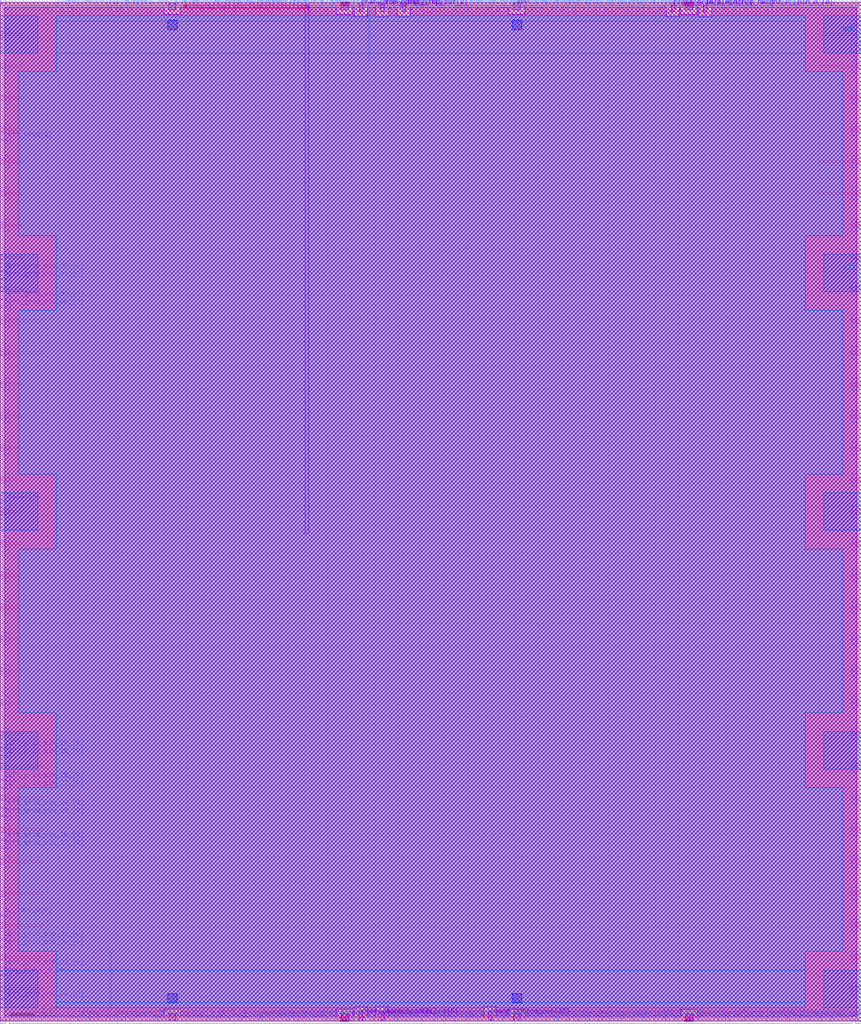
<source format=lef>
VERSION 5.7 ;
BUSBITCHARS "[]" ;

UNITS
  DATABASE MICRONS 1000 ;
END UNITS

MANUFACTURINGGRID 0.005 ;

LAYER li1
  TYPE ROUTING ;
  DIRECTION VERTICAL ;
  PITCH 0.46 ;
  WIDTH 0.17 ;
END li1

LAYER mcon
  TYPE CUT ;
END mcon

LAYER met1
  TYPE ROUTING ;
  DIRECTION HORIZONTAL ;
  PITCH 0.34 ;
  WIDTH 0.14 ;
END met1

LAYER via
  TYPE CUT ;
END via

LAYER met2
  TYPE ROUTING ;
  DIRECTION VERTICAL ;
  PITCH 0.46 ;
  WIDTH 0.14 ;
END met2

LAYER via2
  TYPE CUT ;
END via2

LAYER met3
  TYPE ROUTING ;
  DIRECTION HORIZONTAL ;
  PITCH 0.68 ;
  WIDTH 0.3 ;
END met3

LAYER via3
  TYPE CUT ;
END via3

LAYER met4
  TYPE ROUTING ;
  DIRECTION VERTICAL ;
  PITCH 0.92 ;
  WIDTH 0.3 ;
END met4

LAYER via4
  TYPE CUT ;
END via4

LAYER met5
  TYPE ROUTING ;
  DIRECTION HORIZONTAL ;
  PITCH 3.4 ;
  WIDTH 1.6 ;
END met5

LAYER nwell
  TYPE MASTERSLICE ;
END nwell

LAYER pwell
  TYPE MASTERSLICE ;
END pwell

LAYER OVERLAP
  TYPE OVERLAP ;
END OVERLAP

VIA L1M1_PR
  LAYER li1 ;
    RECT -0.085 -0.085 0.085 0.085 ;
  LAYER mcon ;
    RECT -0.085 -0.085 0.085 0.085 ;
  LAYER met1 ;
    RECT -0.145 -0.115 0.145 0.115 ;
END L1M1_PR

VIA L1M1_PR_R
  LAYER li1 ;
    RECT -0.085 -0.085 0.085 0.085 ;
  LAYER mcon ;
    RECT -0.085 -0.085 0.085 0.085 ;
  LAYER met1 ;
    RECT -0.115 -0.145 0.115 0.145 ;
END L1M1_PR_R

VIA L1M1_PR_M
  LAYER li1 ;
    RECT -0.085 -0.085 0.085 0.085 ;
  LAYER mcon ;
    RECT -0.085 -0.085 0.085 0.085 ;
  LAYER met1 ;
    RECT -0.115 -0.145 0.115 0.145 ;
END L1M1_PR_M

VIA L1M1_PR_MR
  LAYER li1 ;
    RECT -0.085 -0.085 0.085 0.085 ;
  LAYER mcon ;
    RECT -0.085 -0.085 0.085 0.085 ;
  LAYER met1 ;
    RECT -0.145 -0.115 0.145 0.115 ;
END L1M1_PR_MR

VIA L1M1_PR_C
  LAYER li1 ;
    RECT -0.085 -0.085 0.085 0.085 ;
  LAYER mcon ;
    RECT -0.085 -0.085 0.085 0.085 ;
  LAYER met1 ;
    RECT -0.145 -0.145 0.145 0.145 ;
END L1M1_PR_C

VIA M1M2_PR
  LAYER met1 ;
    RECT -0.16 -0.13 0.16 0.13 ;
  LAYER via ;
    RECT -0.075 -0.075 0.075 0.075 ;
  LAYER met2 ;
    RECT -0.13 -0.16 0.13 0.16 ;
END M1M2_PR

VIA M1M2_PR_Enc
  LAYER met1 ;
    RECT -0.16 -0.13 0.16 0.13 ;
  LAYER via ;
    RECT -0.075 -0.075 0.075 0.075 ;
  LAYER met2 ;
    RECT -0.16 -0.13 0.16 0.13 ;
END M1M2_PR_Enc

VIA M1M2_PR_R
  LAYER met1 ;
    RECT -0.13 -0.16 0.13 0.16 ;
  LAYER via ;
    RECT -0.075 -0.075 0.075 0.075 ;
  LAYER met2 ;
    RECT -0.16 -0.13 0.16 0.13 ;
END M1M2_PR_R

VIA M1M2_PR_R_Enc
  LAYER met1 ;
    RECT -0.13 -0.16 0.13 0.16 ;
  LAYER via ;
    RECT -0.075 -0.075 0.075 0.075 ;
  LAYER met2 ;
    RECT -0.13 -0.16 0.13 0.16 ;
END M1M2_PR_R_Enc

VIA M1M2_PR_M
  LAYER met1 ;
    RECT -0.16 -0.13 0.16 0.13 ;
  LAYER via ;
    RECT -0.075 -0.075 0.075 0.075 ;
  LAYER met2 ;
    RECT -0.16 -0.13 0.16 0.13 ;
END M1M2_PR_M

VIA M1M2_PR_M_Enc
  LAYER met1 ;
    RECT -0.16 -0.13 0.16 0.13 ;
  LAYER via ;
    RECT -0.075 -0.075 0.075 0.075 ;
  LAYER met2 ;
    RECT -0.13 -0.16 0.13 0.16 ;
END M1M2_PR_M_Enc

VIA M1M2_PR_MR
  LAYER met1 ;
    RECT -0.13 -0.16 0.13 0.16 ;
  LAYER via ;
    RECT -0.075 -0.075 0.075 0.075 ;
  LAYER met2 ;
    RECT -0.13 -0.16 0.13 0.16 ;
END M1M2_PR_MR

VIA M1M2_PR_MR_Enc
  LAYER met1 ;
    RECT -0.13 -0.16 0.13 0.16 ;
  LAYER via ;
    RECT -0.075 -0.075 0.075 0.075 ;
  LAYER met2 ;
    RECT -0.16 -0.13 0.16 0.13 ;
END M1M2_PR_MR_Enc

VIA M1M2_PR_C
  LAYER met1 ;
    RECT -0.16 -0.16 0.16 0.16 ;
  LAYER via ;
    RECT -0.075 -0.075 0.075 0.075 ;
  LAYER met2 ;
    RECT -0.16 -0.16 0.16 0.16 ;
END M1M2_PR_C

VIA M2M3_PR
  LAYER met2 ;
    RECT -0.14 -0.185 0.14 0.185 ;
  LAYER via2 ;
    RECT -0.1 -0.1 0.1 0.1 ;
  LAYER met3 ;
    RECT -0.165 -0.165 0.165 0.165 ;
END M2M3_PR

VIA M2M3_PR_R
  LAYER met2 ;
    RECT -0.185 -0.14 0.185 0.14 ;
  LAYER via2 ;
    RECT -0.1 -0.1 0.1 0.1 ;
  LAYER met3 ;
    RECT -0.165 -0.165 0.165 0.165 ;
END M2M3_PR_R

VIA M2M3_PR_M
  LAYER met2 ;
    RECT -0.14 -0.185 0.14 0.185 ;
  LAYER via2 ;
    RECT -0.1 -0.1 0.1 0.1 ;
  LAYER met3 ;
    RECT -0.165 -0.165 0.165 0.165 ;
END M2M3_PR_M

VIA M2M3_PR_MR
  LAYER met2 ;
    RECT -0.185 -0.14 0.185 0.14 ;
  LAYER via2 ;
    RECT -0.1 -0.1 0.1 0.1 ;
  LAYER met3 ;
    RECT -0.165 -0.165 0.165 0.165 ;
END M2M3_PR_MR

VIA M2M3_PR_C
  LAYER met2 ;
    RECT -0.185 -0.185 0.185 0.185 ;
  LAYER via2 ;
    RECT -0.1 -0.1 0.1 0.1 ;
  LAYER met3 ;
    RECT -0.165 -0.165 0.165 0.165 ;
END M2M3_PR_C

VIA M3M4_PR
  LAYER met3 ;
    RECT -0.19 -0.16 0.19 0.16 ;
  LAYER via3 ;
    RECT -0.1 -0.1 0.1 0.1 ;
  LAYER met4 ;
    RECT -0.165 -0.165 0.165 0.165 ;
END M3M4_PR

VIA M3M4_PR_R
  LAYER met3 ;
    RECT -0.16 -0.19 0.16 0.19 ;
  LAYER via3 ;
    RECT -0.1 -0.1 0.1 0.1 ;
  LAYER met4 ;
    RECT -0.165 -0.165 0.165 0.165 ;
END M3M4_PR_R

VIA M3M4_PR_M
  LAYER met3 ;
    RECT -0.19 -0.16 0.19 0.16 ;
  LAYER via3 ;
    RECT -0.1 -0.1 0.1 0.1 ;
  LAYER met4 ;
    RECT -0.165 -0.165 0.165 0.165 ;
END M3M4_PR_M

VIA M3M4_PR_MR
  LAYER met3 ;
    RECT -0.16 -0.19 0.16 0.19 ;
  LAYER via3 ;
    RECT -0.1 -0.1 0.1 0.1 ;
  LAYER met4 ;
    RECT -0.165 -0.165 0.165 0.165 ;
END M3M4_PR_MR

VIA M3M4_PR_C
  LAYER met3 ;
    RECT -0.19 -0.19 0.19 0.19 ;
  LAYER via3 ;
    RECT -0.1 -0.1 0.1 0.1 ;
  LAYER met4 ;
    RECT -0.165 -0.165 0.165 0.165 ;
END M3M4_PR_C

VIA M4M5_PR
  LAYER met4 ;
    RECT -0.59 -0.59 0.59 0.59 ;
  LAYER via4 ;
    RECT -0.4 -0.4 0.4 0.4 ;
  LAYER met5 ;
    RECT -0.71 -0.71 0.71 0.71 ;
END M4M5_PR

VIA M4M5_PR_R
  LAYER met4 ;
    RECT -0.59 -0.59 0.59 0.59 ;
  LAYER via4 ;
    RECT -0.4 -0.4 0.4 0.4 ;
  LAYER met5 ;
    RECT -0.71 -0.71 0.71 0.71 ;
END M4M5_PR_R

VIA M4M5_PR_M
  LAYER met4 ;
    RECT -0.59 -0.59 0.59 0.59 ;
  LAYER via4 ;
    RECT -0.4 -0.4 0.4 0.4 ;
  LAYER met5 ;
    RECT -0.71 -0.71 0.71 0.71 ;
END M4M5_PR_M

VIA M4M5_PR_MR
  LAYER met4 ;
    RECT -0.59 -0.59 0.59 0.59 ;
  LAYER via4 ;
    RECT -0.4 -0.4 0.4 0.4 ;
  LAYER met5 ;
    RECT -0.71 -0.71 0.71 0.71 ;
END M4M5_PR_MR

VIA M4M5_PR_C
  LAYER met4 ;
    RECT -0.59 -0.59 0.59 0.59 ;
  LAYER via4 ;
    RECT -0.4 -0.4 0.4 0.4 ;
  LAYER met5 ;
    RECT -0.71 -0.71 0.71 0.71 ;
END M4M5_PR_C

SITE unit
  CLASS CORE ;
  SYMMETRY Y ;
  SIZE 0.46 BY 2.72 ;
END unit

SITE unithddbl
  CLASS CORE ;
  SIZE 0.46 BY 5.44 ;
END unithddbl

MACRO cby_2__1_
  CLASS BLOCK ;
  ORIGIN 0 0 ;
  SIZE 73.6 BY 87.04 ;
  SYMMETRY X Y ;
  PIN pReset[0]
    DIRECTION INPUT ;
    USE SIGNAL ;
    PORT
      LAYER met1 ;
        RECT 0 44.3 0.595 44.44 ;
    END
  END pReset[0]
  PIN chany_bottom_in[0]
    DIRECTION INPUT ;
    USE SIGNAL ;
    PORT
      LAYER met2 ;
        RECT 59.5 0 59.64 0.485 ;
    END
  END chany_bottom_in[0]
  PIN chany_bottom_in[1]
    DIRECTION INPUT ;
    USE SIGNAL ;
    PORT
      LAYER met2 ;
        RECT 53.98 0 54.12 0.485 ;
    END
  END chany_bottom_in[1]
  PIN chany_bottom_in[2]
    DIRECTION INPUT ;
    USE SIGNAL ;
    PORT
      LAYER met2 ;
        RECT 52.14 0 52.28 0.485 ;
    END
  END chany_bottom_in[2]
  PIN chany_bottom_in[3]
    DIRECTION INPUT ;
    USE SIGNAL ;
    PORT
      LAYER met2 ;
        RECT 57.66 0 57.8 0.485 ;
    END
  END chany_bottom_in[3]
  PIN chany_bottom_in[4]
    DIRECTION INPUT ;
    USE SIGNAL ;
    PORT
      LAYER met2 ;
        RECT 20.4 0 20.54 0.485 ;
    END
  END chany_bottom_in[4]
  PIN chany_bottom_in[5]
    DIRECTION INPUT ;
    USE SIGNAL ;
    PORT
      LAYER met2 ;
        RECT 30.98 0 31.12 0.485 ;
    END
  END chany_bottom_in[5]
  PIN chany_bottom_in[6]
    DIRECTION INPUT ;
    USE SIGNAL ;
    PORT
      LAYER met2 ;
        RECT 56.74 0 56.88 0.485 ;
    END
  END chany_bottom_in[6]
  PIN chany_bottom_in[7]
    DIRECTION INPUT ;
    USE SIGNAL ;
    PORT
      LAYER met2 ;
        RECT 25.46 0 25.6 0.485 ;
    END
  END chany_bottom_in[7]
  PIN chany_bottom_in[8]
    DIRECTION INPUT ;
    USE SIGNAL ;
    PORT
      LAYER met2 ;
        RECT 24.54 0 24.68 0.485 ;
    END
  END chany_bottom_in[8]
  PIN chany_bottom_in[9]
    DIRECTION INPUT ;
    USE SIGNAL ;
    PORT
      LAYER met2 ;
        RECT 27.76 0 27.9 0.485 ;
    END
  END chany_bottom_in[9]
  PIN chany_bottom_in[10]
    DIRECTION INPUT ;
    USE SIGNAL ;
    PORT
      LAYER met2 ;
        RECT 23.16 0 23.3 0.485 ;
    END
  END chany_bottom_in[10]
  PIN chany_bottom_in[11]
    DIRECTION INPUT ;
    USE SIGNAL ;
    PORT
      LAYER met2 ;
        RECT 42.94 0 43.08 0.485 ;
    END
  END chany_bottom_in[11]
  PIN chany_bottom_in[12]
    DIRECTION INPUT ;
    USE SIGNAL ;
    PORT
      LAYER met2 ;
        RECT 34.66 0 34.8 0.485 ;
    END
  END chany_bottom_in[12]
  PIN chany_bottom_in[13]
    DIRECTION INPUT ;
    USE SIGNAL ;
    PORT
      LAYER met2 ;
        RECT 66.4 0 66.54 0.485 ;
    END
  END chany_bottom_in[13]
  PIN chany_bottom_in[14]
    DIRECTION INPUT ;
    USE SIGNAL ;
    PORT
      LAYER met2 ;
        RECT 49.38 0 49.52 0.485 ;
    END
  END chany_bottom_in[14]
  PIN chany_bottom_in[15]
    DIRECTION INPUT ;
    USE SIGNAL ;
    PORT
      LAYER met2 ;
        RECT 46.62 0 46.76 0.485 ;
    END
  END chany_bottom_in[15]
  PIN chany_bottom_in[16]
    DIRECTION INPUT ;
    USE SIGNAL ;
    PORT
      LAYER met2 ;
        RECT 22.24 0 22.38 0.485 ;
    END
  END chany_bottom_in[16]
  PIN chany_bottom_in[17]
    DIRECTION INPUT ;
    USE SIGNAL ;
    PORT
      LAYER met2 ;
        RECT 43.86 0 44 0.485 ;
    END
  END chany_bottom_in[17]
  PIN chany_bottom_in[18]
    DIRECTION INPUT ;
    USE SIGNAL ;
    PORT
      LAYER met2 ;
        RECT 31.9 0 32.04 0.485 ;
    END
  END chany_bottom_in[18]
  PIN chany_bottom_in[19]
    DIRECTION INPUT ;
    USE SIGNAL ;
    PORT
      LAYER met2 ;
        RECT 36.96 0 37.1 0.485 ;
    END
  END chany_bottom_in[19]
  PIN chany_bottom_in[20]
    DIRECTION INPUT ;
    USE SIGNAL ;
    PORT
      LAYER met2 ;
        RECT 39.72 0 39.86 0.485 ;
    END
  END chany_bottom_in[20]
  PIN chany_bottom_in[21]
    DIRECTION INPUT ;
    USE SIGNAL ;
    PORT
      LAYER met2 ;
        RECT 28.68 0 28.82 0.485 ;
    END
  END chany_bottom_in[21]
  PIN chany_bottom_in[22]
    DIRECTION INPUT ;
    USE SIGNAL ;
    PORT
      LAYER met2 ;
        RECT 13.5 0 13.64 0.485 ;
    END
  END chany_bottom_in[22]
  PIN chany_bottom_in[23]
    DIRECTION INPUT ;
    USE SIGNAL ;
    PORT
      LAYER met2 ;
        RECT 42.02 0 42.16 0.485 ;
    END
  END chany_bottom_in[23]
  PIN chany_bottom_in[24]
    DIRECTION INPUT ;
    USE SIGNAL ;
    PORT
      LAYER met2 ;
        RECT 40.64 0 40.78 0.485 ;
    END
  END chany_bottom_in[24]
  PIN chany_bottom_in[25]
    DIRECTION INPUT ;
    USE SIGNAL ;
    PORT
      LAYER met2 ;
        RECT 30.06 0 30.2 0.485 ;
    END
  END chany_bottom_in[25]
  PIN chany_bottom_in[26]
    DIRECTION INPUT ;
    USE SIGNAL ;
    PORT
      LAYER met2 ;
        RECT 45.7 0 45.84 0.485 ;
    END
  END chany_bottom_in[26]
  PIN chany_bottom_in[27]
    DIRECTION INPUT ;
    USE SIGNAL ;
    PORT
      LAYER met2 ;
        RECT 21.32 0 21.46 0.485 ;
    END
  END chany_bottom_in[27]
  PIN chany_bottom_in[28]
    DIRECTION INPUT ;
    USE SIGNAL ;
    PORT
      LAYER met2 ;
        RECT 44.78 0 44.92 0.485 ;
    END
  END chany_bottom_in[28]
  PIN chany_bottom_in[29]
    DIRECTION INPUT ;
    USE SIGNAL ;
    PORT
      LAYER met2 ;
        RECT 63.64 0 63.78 0.485 ;
    END
  END chany_bottom_in[29]
  PIN chany_top_in[0]
    DIRECTION INPUT ;
    USE SIGNAL ;
    PORT
      LAYER met2 ;
        RECT 6.6 86.555 6.74 87.04 ;
    END
  END chany_top_in[0]
  PIN chany_top_in[1]
    DIRECTION INPUT ;
    USE SIGNAL ;
    PORT
      LAYER met2 ;
        RECT 5.68 86.555 5.82 87.04 ;
    END
  END chany_top_in[1]
  PIN chany_top_in[2]
    DIRECTION INPUT ;
    USE SIGNAL ;
    PORT
      LAYER met2 ;
        RECT 4.76 86.555 4.9 87.04 ;
    END
  END chany_top_in[2]
  PIN chany_top_in[3]
    DIRECTION INPUT ;
    USE SIGNAL ;
    PORT
      LAYER met2 ;
        RECT 10.74 86.555 10.88 87.04 ;
    END
  END chany_top_in[3]
  PIN chany_top_in[4]
    DIRECTION INPUT ;
    USE SIGNAL ;
    PORT
      LAYER met2 ;
        RECT 21.32 86.555 21.46 87.04 ;
    END
  END chany_top_in[4]
  PIN chany_top_in[5]
    DIRECTION INPUT ;
    USE SIGNAL ;
    PORT
      LAYER met2 ;
        RECT 9.82 86.555 9.96 87.04 ;
    END
  END chany_top_in[5]
  PIN chany_top_in[6]
    DIRECTION INPUT ;
    USE SIGNAL ;
    PORT
      LAYER met2 ;
        RECT 53.98 86.555 54.12 87.04 ;
    END
  END chany_top_in[6]
  PIN chany_top_in[7]
    DIRECTION INPUT ;
    USE SIGNAL ;
    PORT
      LAYER met2 ;
        RECT 20.4 86.555 20.54 87.04 ;
    END
  END chany_top_in[7]
  PIN chany_top_in[8]
    DIRECTION INPUT ;
    USE SIGNAL ;
    PORT
      LAYER met2 ;
        RECT 54.9 86.555 55.04 87.04 ;
    END
  END chany_top_in[8]
  PIN chany_top_in[9]
    DIRECTION INPUT ;
    USE SIGNAL ;
    PORT
      LAYER met2 ;
        RECT 37.42 86.555 37.56 87.04 ;
    END
  END chany_top_in[9]
  PIN chany_top_in[10]
    DIRECTION INPUT ;
    USE SIGNAL ;
    PORT
      LAYER met2 ;
        RECT 48.46 86.555 48.6 87.04 ;
    END
  END chany_top_in[10]
  PIN chany_top_in[11]
    DIRECTION INPUT ;
    USE SIGNAL ;
    PORT
      LAYER met2 ;
        RECT 46.62 86.555 46.76 87.04 ;
    END
  END chany_top_in[11]
  PIN chany_top_in[12]
    DIRECTION INPUT ;
    USE SIGNAL ;
    PORT
      LAYER met2 ;
        RECT 19.48 86.555 19.62 87.04 ;
    END
  END chany_top_in[12]
  PIN chany_top_in[13]
    DIRECTION INPUT ;
    USE SIGNAL ;
    PORT
      LAYER met2 ;
        RECT 50.3 86.555 50.44 87.04 ;
    END
  END chany_top_in[13]
  PIN chany_top_in[14]
    DIRECTION INPUT ;
    USE SIGNAL ;
    PORT
      LAYER met2 ;
        RECT 52.14 86.555 52.28 87.04 ;
    END
  END chany_top_in[14]
  PIN chany_top_in[15]
    DIRECTION INPUT ;
    USE SIGNAL ;
    PORT
      LAYER met2 ;
        RECT 43.86 86.555 44 87.04 ;
    END
  END chany_top_in[15]
  PIN chany_top_in[16]
    DIRECTION INPUT ;
    USE SIGNAL ;
    PORT
      LAYER met2 ;
        RECT 22.24 86.555 22.38 87.04 ;
    END
  END chany_top_in[16]
  PIN chany_top_in[17]
    DIRECTION INPUT ;
    USE SIGNAL ;
    PORT
      LAYER met2 ;
        RECT 45.7 86.555 45.84 87.04 ;
    END
  END chany_top_in[17]
  PIN chany_top_in[18]
    DIRECTION INPUT ;
    USE SIGNAL ;
    PORT
      LAYER met2 ;
        RECT 23.16 86.555 23.3 87.04 ;
    END
  END chany_top_in[18]
  PIN chany_top_in[19]
    DIRECTION INPUT ;
    USE SIGNAL ;
    PORT
      LAYER met2 ;
        RECT 53.06 86.555 53.2 87.04 ;
    END
  END chany_top_in[19]
  PIN chany_top_in[20]
    DIRECTION INPUT ;
    USE SIGNAL ;
    PORT
      LAYER met2 ;
        RECT 35.58 86.555 35.72 87.04 ;
    END
  END chany_top_in[20]
  PIN chany_top_in[21]
    DIRECTION INPUT ;
    USE SIGNAL ;
    PORT
      LAYER met2 ;
        RECT 59.5 86.555 59.64 87.04 ;
    END
  END chany_top_in[21]
  PIN chany_top_in[22]
    DIRECTION INPUT ;
    USE SIGNAL ;
    PORT
      LAYER met2 ;
        RECT 36.5 86.555 36.64 87.04 ;
    END
  END chany_top_in[22]
  PIN chany_top_in[23]
    DIRECTION INPUT ;
    USE SIGNAL ;
    PORT
      LAYER met2 ;
        RECT 34.2 86.555 34.34 87.04 ;
    END
  END chany_top_in[23]
  PIN chany_top_in[24]
    DIRECTION INPUT ;
    USE SIGNAL ;
    PORT
      LAYER met2 ;
        RECT 33.28 86.555 33.42 87.04 ;
    END
  END chany_top_in[24]
  PIN chany_top_in[25]
    DIRECTION INPUT ;
    USE SIGNAL ;
    PORT
      LAYER met2 ;
        RECT 17.64 86.555 17.78 87.04 ;
    END
  END chany_top_in[25]
  PIN chany_top_in[26]
    DIRECTION INPUT ;
    USE SIGNAL ;
    PORT
      LAYER met2 ;
        RECT 49.38 86.555 49.52 87.04 ;
    END
  END chany_top_in[26]
  PIN chany_top_in[27]
    DIRECTION INPUT ;
    USE SIGNAL ;
    PORT
      LAYER met2 ;
        RECT 24.08 86.555 24.22 87.04 ;
    END
  END chany_top_in[27]
  PIN chany_top_in[28]
    DIRECTION INPUT ;
    USE SIGNAL ;
    PORT
      LAYER met2 ;
        RECT 44.78 86.555 44.92 87.04 ;
    END
  END chany_top_in[28]
  PIN chany_top_in[29]
    DIRECTION INPUT ;
    USE SIGNAL ;
    PORT
      LAYER met2 ;
        RECT 64.1 86.555 64.24 87.04 ;
    END
  END chany_top_in[29]
  PIN ccff_head[0]
    DIRECTION INPUT ;
    USE SIGNAL ;
    PORT
      LAYER met1 ;
        RECT 0 75.24 0.595 75.38 ;
    END
  END ccff_head[0]
  PIN chany_bottom_out[0]
    DIRECTION OUTPUT ;
    USE SIGNAL ;
    PORT
      LAYER met2 ;
        RECT 64.56 0 64.7 0.485 ;
    END
  END chany_bottom_out[0]
  PIN chany_bottom_out[1]
    DIRECTION OUTPUT ;
    USE SIGNAL ;
    PORT
      LAYER met4 ;
        RECT 30.67 0 30.97 0.8 ;
    END
  END chany_bottom_out[1]
  PIN chany_bottom_out[2]
    DIRECTION OUTPUT ;
    USE SIGNAL ;
    PORT
      LAYER met2 ;
        RECT 10.28 0 10.42 0.485 ;
    END
  END chany_bottom_out[2]
  PIN chany_bottom_out[3]
    DIRECTION OUTPUT ;
    USE SIGNAL ;
    PORT
      LAYER met2 ;
        RECT 65.48 0 65.62 0.485 ;
    END
  END chany_bottom_out[3]
  PIN chany_bottom_out[4]
    DIRECTION OUTPUT ;
    USE SIGNAL ;
    PORT
      LAYER met2 ;
        RECT 18.56 0 18.7 0.485 ;
    END
  END chany_bottom_out[4]
  PIN chany_bottom_out[5]
    DIRECTION OUTPUT ;
    USE SIGNAL ;
    PORT
      LAYER met4 ;
        RECT 32.51 0 32.81 0.8 ;
    END
  END chany_bottom_out[5]
  PIN chany_bottom_out[6]
    DIRECTION OUTPUT ;
    USE SIGNAL ;
    PORT
      LAYER met2 ;
        RECT 68.24 0 68.38 0.485 ;
    END
  END chany_bottom_out[6]
  PIN chany_bottom_out[7]
    DIRECTION OUTPUT ;
    USE SIGNAL ;
    PORT
      LAYER met2 ;
        RECT 33.74 0 33.88 0.485 ;
    END
  END chany_bottom_out[7]
  PIN chany_bottom_out[8]
    DIRECTION OUTPUT ;
    USE SIGNAL ;
    PORT
      LAYER met2 ;
        RECT 38.8 0 38.94 0.485 ;
    END
  END chany_bottom_out[8]
  PIN chany_bottom_out[9]
    DIRECTION OUTPUT ;
    USE SIGNAL ;
    PORT
      LAYER met2 ;
        RECT 62.26 0 62.4 0.485 ;
    END
  END chany_bottom_out[9]
  PIN chany_bottom_out[10]
    DIRECTION OUTPUT ;
    USE SIGNAL ;
    PORT
      LAYER met2 ;
        RECT 19.48 0 19.62 0.485 ;
    END
  END chany_bottom_out[10]
  PIN chany_bottom_out[11]
    DIRECTION OUTPUT ;
    USE SIGNAL ;
    PORT
      LAYER met2 ;
        RECT 32.82 0 32.96 0.485 ;
    END
  END chany_bottom_out[11]
  PIN chany_bottom_out[12]
    DIRECTION OUTPUT ;
    USE SIGNAL ;
    PORT
      LAYER met2 ;
        RECT 48.46 0 48.6 0.485 ;
    END
  END chany_bottom_out[12]
  PIN chany_bottom_out[13]
    DIRECTION OUTPUT ;
    USE SIGNAL ;
    PORT
      LAYER met2 ;
        RECT 53.06 0 53.2 0.485 ;
    END
  END chany_bottom_out[13]
  PIN chany_bottom_out[14]
    DIRECTION OUTPUT ;
    USE SIGNAL ;
    PORT
      LAYER met2 ;
        RECT 37.88 0 38.02 0.485 ;
    END
  END chany_bottom_out[14]
  PIN chany_bottom_out[15]
    DIRECTION OUTPUT ;
    USE SIGNAL ;
    PORT
      LAYER met2 ;
        RECT 47.54 0 47.68 0.485 ;
    END
  END chany_bottom_out[15]
  PIN chany_bottom_out[16]
    DIRECTION OUTPUT ;
    USE SIGNAL ;
    PORT
      LAYER met2 ;
        RECT 50.3 0 50.44 0.485 ;
    END
  END chany_bottom_out[16]
  PIN chany_bottom_out[17]
    DIRECTION OUTPUT ;
    USE SIGNAL ;
    PORT
      LAYER met2 ;
        RECT 69.16 0 69.3 0.485 ;
    END
  END chany_bottom_out[17]
  PIN chany_bottom_out[18]
    DIRECTION OUTPUT ;
    USE SIGNAL ;
    PORT
      LAYER met2 ;
        RECT 54.9 0 55.04 0.485 ;
    END
  END chany_bottom_out[18]
  PIN chany_bottom_out[19]
    DIRECTION OUTPUT ;
    USE SIGNAL ;
    PORT
      LAYER met2 ;
        RECT 36.04 0 36.18 0.485 ;
    END
  END chany_bottom_out[19]
  PIN chany_bottom_out[20]
    DIRECTION OUTPUT ;
    USE SIGNAL ;
    PORT
      LAYER met2 ;
        RECT 17.64 0 17.78 0.485 ;
    END
  END chany_bottom_out[20]
  PIN chany_bottom_out[21]
    DIRECTION OUTPUT ;
    USE SIGNAL ;
    PORT
      LAYER met2 ;
        RECT 26.38 0 26.52 0.485 ;
    END
  END chany_bottom_out[21]
  PIN chany_bottom_out[22]
    DIRECTION OUTPUT ;
    USE SIGNAL ;
    PORT
      LAYER met2 ;
        RECT 7.52 0 7.66 0.485 ;
    END
  END chany_bottom_out[22]
  PIN chany_bottom_out[23]
    DIRECTION OUTPUT ;
    USE SIGNAL ;
    PORT
      LAYER met2 ;
        RECT 11.2 0 11.34 0.485 ;
    END
  END chany_bottom_out[23]
  PIN chany_bottom_out[24]
    DIRECTION OUTPUT ;
    USE SIGNAL ;
    PORT
      LAYER met2 ;
        RECT 67.32 0 67.46 0.485 ;
    END
  END chany_bottom_out[24]
  PIN chany_bottom_out[25]
    DIRECTION OUTPUT ;
    USE SIGNAL ;
    PORT
      LAYER met2 ;
        RECT 51.22 0 51.36 0.485 ;
    END
  END chany_bottom_out[25]
  PIN chany_bottom_out[26]
    DIRECTION OUTPUT ;
    USE SIGNAL ;
    PORT
      LAYER met2 ;
        RECT 71 0 71.14 0.485 ;
    END
  END chany_bottom_out[26]
  PIN chany_bottom_out[27]
    DIRECTION OUTPUT ;
    USE SIGNAL ;
    PORT
      LAYER met4 ;
        RECT 41.71 0 42.01 0.8 ;
    END
  END chany_bottom_out[27]
  PIN chany_bottom_out[28]
    DIRECTION OUTPUT ;
    USE SIGNAL ;
    PORT
      LAYER met2 ;
        RECT 61.34 0 61.48 0.485 ;
    END
  END chany_bottom_out[28]
  PIN chany_bottom_out[29]
    DIRECTION OUTPUT ;
    USE SIGNAL ;
    PORT
      LAYER met2 ;
        RECT 70.08 0 70.22 0.485 ;
    END
  END chany_bottom_out[29]
  PIN chany_top_out[0]
    DIRECTION OUTPUT ;
    USE SIGNAL ;
    PORT
      LAYER met4 ;
        RECT 32.51 86.24 32.81 87.04 ;
    END
  END chany_top_out[0]
  PIN chany_top_out[1]
    DIRECTION OUTPUT ;
    USE SIGNAL ;
    PORT
      LAYER met4 ;
        RECT 30.67 86.24 30.97 87.04 ;
    END
  END chany_top_out[1]
  PIN chany_top_out[2]
    DIRECTION OUTPUT ;
    USE SIGNAL ;
    PORT
      LAYER met4 ;
        RECT 34.35 86.24 34.65 87.04 ;
    END
  END chany_top_out[2]
  PIN chany_top_out[3]
    DIRECTION OUTPUT ;
    USE SIGNAL ;
    PORT
      LAYER met2 ;
        RECT 14.88 86.555 15.02 87.04 ;
    END
  END chany_top_out[3]
  PIN chany_top_out[4]
    DIRECTION OUTPUT ;
    USE SIGNAL ;
    PORT
      LAYER met2 ;
        RECT 39.26 86.555 39.4 87.04 ;
    END
  END chany_top_out[4]
  PIN chany_top_out[5]
    DIRECTION OUTPUT ;
    USE SIGNAL ;
    PORT
      LAYER met2 ;
        RECT 65.94 86.555 66.08 87.04 ;
    END
  END chany_top_out[5]
  PIN chany_top_out[6]
    DIRECTION OUTPUT ;
    USE SIGNAL ;
    PORT
      LAYER met2 ;
        RECT 18.56 86.555 18.7 87.04 ;
    END
  END chany_top_out[6]
  PIN chany_top_out[7]
    DIRECTION OUTPUT ;
    USE SIGNAL ;
    PORT
      LAYER met2 ;
        RECT 57.66 86.555 57.8 87.04 ;
    END
  END chany_top_out[7]
  PIN chany_top_out[8]
    DIRECTION OUTPUT ;
    USE SIGNAL ;
    PORT
      LAYER met2 ;
        RECT 41.1 86.555 41.24 87.04 ;
    END
  END chany_top_out[8]
  PIN chany_top_out[9]
    DIRECTION OUTPUT ;
    USE SIGNAL ;
    PORT
      LAYER met2 ;
        RECT 42.02 86.555 42.16 87.04 ;
    END
  END chany_top_out[9]
  PIN chany_top_out[10]
    DIRECTION OUTPUT ;
    USE SIGNAL ;
    PORT
      LAYER met2 ;
        RECT 27.3 86.555 27.44 87.04 ;
    END
  END chany_top_out[10]
  PIN chany_top_out[11]
    DIRECTION OUTPUT ;
    USE SIGNAL ;
    PORT
      LAYER met2 ;
        RECT 15.8 86.555 15.94 87.04 ;
    END
  END chany_top_out[11]
  PIN chany_top_out[12]
    DIRECTION OUTPUT ;
    USE SIGNAL ;
    PORT
      LAYER met2 ;
        RECT 25.92 86.555 26.06 87.04 ;
    END
  END chany_top_out[12]
  PIN chany_top_out[13]
    DIRECTION OUTPUT ;
    USE SIGNAL ;
    PORT
      LAYER met2 ;
        RECT 47.54 86.555 47.68 87.04 ;
    END
  END chany_top_out[13]
  PIN chany_top_out[14]
    DIRECTION OUTPUT ;
    USE SIGNAL ;
    PORT
      LAYER met2 ;
        RECT 28.22 86.555 28.36 87.04 ;
    END
  END chany_top_out[14]
  PIN chany_top_out[15]
    DIRECTION OUTPUT ;
    USE SIGNAL ;
    PORT
      LAYER met2 ;
        RECT 62.26 86.555 62.4 87.04 ;
    END
  END chany_top_out[15]
  PIN chany_top_out[16]
    DIRECTION OUTPUT ;
    USE SIGNAL ;
    PORT
      LAYER met2 ;
        RECT 61.34 86.555 61.48 87.04 ;
    END
  END chany_top_out[16]
  PIN chany_top_out[17]
    DIRECTION OUTPUT ;
    USE SIGNAL ;
    PORT
      LAYER met2 ;
        RECT 65.02 86.555 65.16 87.04 ;
    END
  END chany_top_out[17]
  PIN chany_top_out[18]
    DIRECTION OUTPUT ;
    USE SIGNAL ;
    PORT
      LAYER met2 ;
        RECT 30.06 86.555 30.2 87.04 ;
    END
  END chany_top_out[18]
  PIN chany_top_out[19]
    DIRECTION OUTPUT ;
    USE SIGNAL ;
    PORT
      LAYER met2 ;
        RECT 16.72 86.555 16.86 87.04 ;
    END
  END chany_top_out[19]
  PIN chany_top_out[20]
    DIRECTION OUTPUT ;
    USE SIGNAL ;
    PORT
      LAYER met2 ;
        RECT 42.94 86.555 43.08 87.04 ;
    END
  END chany_top_out[20]
  PIN chany_top_out[21]
    DIRECTION OUTPUT ;
    USE SIGNAL ;
    PORT
      LAYER met2 ;
        RECT 51.22 86.555 51.36 87.04 ;
    END
  END chany_top_out[21]
  PIN chany_top_out[22]
    DIRECTION OUTPUT ;
    USE SIGNAL ;
    PORT
      LAYER met2 ;
        RECT 55.82 86.555 55.96 87.04 ;
    END
  END chany_top_out[22]
  PIN chany_top_out[23]
    DIRECTION OUTPUT ;
    USE SIGNAL ;
    PORT
      LAYER met2 ;
        RECT 40.18 86.555 40.32 87.04 ;
    END
  END chany_top_out[23]
  PIN chany_top_out[24]
    DIRECTION OUTPUT ;
    USE SIGNAL ;
    PORT
      LAYER met2 ;
        RECT 32.36 86.555 32.5 87.04 ;
    END
  END chany_top_out[24]
  PIN chany_top_out[25]
    DIRECTION OUTPUT ;
    USE SIGNAL ;
    PORT
      LAYER met2 ;
        RECT 63.18 86.555 63.32 87.04 ;
    END
  END chany_top_out[25]
  PIN chany_top_out[26]
    DIRECTION OUTPUT ;
    USE SIGNAL ;
    PORT
      LAYER met2 ;
        RECT 30.98 86.555 31.12 87.04 ;
    END
  END chany_top_out[26]
  PIN chany_top_out[27]
    DIRECTION OUTPUT ;
    USE SIGNAL ;
    PORT
      LAYER met2 ;
        RECT 25 86.555 25.14 87.04 ;
    END
  END chany_top_out[27]
  PIN chany_top_out[28]
    DIRECTION OUTPUT ;
    USE SIGNAL ;
    PORT
      LAYER met2 ;
        RECT 60.42 86.555 60.56 87.04 ;
    END
  END chany_top_out[28]
  PIN chany_top_out[29]
    DIRECTION OUTPUT ;
    USE SIGNAL ;
    PORT
      LAYER met2 ;
        RECT 56.74 86.555 56.88 87.04 ;
    END
  END chany_top_out[29]
  PIN right_grid_pin_0_[0]
    DIRECTION OUTPUT ;
    USE SIGNAL ;
    PORT
      LAYER met4 ;
        RECT 57.35 86.24 57.65 87.04 ;
    END
  END right_grid_pin_0_[0]
  PIN left_grid_pin_16_[0]
    DIRECTION OUTPUT ;
    USE SIGNAL ;
    PORT
      LAYER met1 ;
        RECT 0 22.54 0.595 22.68 ;
    END
  END left_grid_pin_16_[0]
  PIN left_grid_pin_17_[0]
    DIRECTION OUTPUT ;
    USE SIGNAL ;
    PORT
      LAYER met1 ;
        RECT 0 14.72 0.595 14.86 ;
    END
  END left_grid_pin_17_[0]
  PIN left_grid_pin_18_[0]
    DIRECTION OUTPUT ;
    USE SIGNAL ;
    PORT
      LAYER met1 ;
        RECT 0 15.4 0.595 15.54 ;
    END
  END left_grid_pin_18_[0]
  PIN left_grid_pin_19_[0]
    DIRECTION OUTPUT ;
    USE SIGNAL ;
    PORT
      LAYER met1 ;
        RECT 0 23.22 0.595 23.36 ;
    END
  END left_grid_pin_19_[0]
  PIN left_grid_pin_20_[0]
    DIRECTION OUTPUT ;
    USE SIGNAL ;
    PORT
      LAYER met1 ;
        RECT 0 6.22 0.595 6.36 ;
    END
  END left_grid_pin_20_[0]
  PIN left_grid_pin_21_[0]
    DIRECTION OUTPUT ;
    USE SIGNAL ;
    PORT
      LAYER met1 ;
        RECT 0 6.9 0.595 7.04 ;
    END
  END left_grid_pin_21_[0]
  PIN left_grid_pin_22_[0]
    DIRECTION OUTPUT ;
    USE SIGNAL ;
    PORT
      LAYER met1 ;
        RECT 0 1.8 0.595 1.94 ;
    END
  END left_grid_pin_22_[0]
  PIN left_grid_pin_23_[0]
    DIRECTION OUTPUT ;
    USE SIGNAL ;
    PORT
      LAYER met1 ;
        RECT 0 4.52 0.595 4.66 ;
    END
  END left_grid_pin_23_[0]
  PIN left_grid_pin_24_[0]
    DIRECTION OUTPUT ;
    USE SIGNAL ;
    PORT
      LAYER met1 ;
        RECT 0 18.12 0.595 18.26 ;
    END
  END left_grid_pin_24_[0]
  PIN left_grid_pin_25_[0]
    DIRECTION OUTPUT ;
    USE SIGNAL ;
    PORT
      LAYER met1 ;
        RECT 0 17.44 0.595 17.58 ;
    END
  END left_grid_pin_25_[0]
  PIN left_grid_pin_26_[0]
    DIRECTION OUTPUT ;
    USE SIGNAL ;
    PORT
      LAYER met1 ;
        RECT 0 20.5 0.595 20.64 ;
    END
  END left_grid_pin_26_[0]
  PIN left_grid_pin_27_[0]
    DIRECTION OUTPUT ;
    USE SIGNAL ;
    PORT
      LAYER met1 ;
        RECT 0 19.82 0.595 19.96 ;
    END
  END left_grid_pin_27_[0]
  PIN left_grid_pin_28_[0]
    DIRECTION OUTPUT ;
    USE SIGNAL ;
    PORT
      LAYER met1 ;
        RECT 0 60.96 0.595 61.1 ;
    END
  END left_grid_pin_28_[0]
  PIN left_grid_pin_29_[0]
    DIRECTION OUTPUT ;
    USE SIGNAL ;
    PORT
      LAYER met1 ;
        RECT 0 64.02 0.595 64.16 ;
    END
  END left_grid_pin_29_[0]
  PIN left_grid_pin_30_[0]
    DIRECTION OUTPUT ;
    USE SIGNAL ;
    PORT
      LAYER met1 ;
        RECT 0 61.64 0.595 61.78 ;
    END
  END left_grid_pin_30_[0]
  PIN left_grid_pin_31_[0]
    DIRECTION OUTPUT ;
    USE SIGNAL ;
    PORT
      LAYER met1 ;
        RECT 0 63.34 0.595 63.48 ;
    END
  END left_grid_pin_31_[0]
  PIN ccff_tail[0]
    DIRECTION OUTPUT ;
    USE SIGNAL ;
    PORT
      LAYER met2 ;
        RECT 55.82 0 55.96 0.485 ;
    END
  END ccff_tail[0]
  PIN IO_ISOL_N[0]
    DIRECTION INPUT ;
    USE SIGNAL ;
    PORT
      LAYER met1 ;
        RECT 0 8.94 0.595 9.08 ;
    END
  END IO_ISOL_N[0]
  PIN gfpga_pad_EMBEDDED_IO_HD_SOC_IN[0]
    DIRECTION INPUT ;
    USE SIGNAL ;
    PORT
      LAYER met1 ;
        RECT 73.005 82.72 73.6 82.86 ;
    END
  END gfpga_pad_EMBEDDED_IO_HD_SOC_IN[0]
  PIN gfpga_pad_EMBEDDED_IO_HD_SOC_OUT[0]
    DIRECTION OUTPUT ;
    USE SIGNAL ;
    PORT
      LAYER met1 ;
        RECT 73.005 83.4 73.6 83.54 ;
    END
  END gfpga_pad_EMBEDDED_IO_HD_SOC_OUT[0]
  PIN gfpga_pad_EMBEDDED_IO_HD_SOC_DIR[0]
    DIRECTION OUTPUT ;
    USE SIGNAL ;
    PORT
      LAYER met1 ;
        RECT 73.005 85.1 73.6 85.24 ;
    END
  END gfpga_pad_EMBEDDED_IO_HD_SOC_DIR[0]
  PIN left_width_0_height_0__pin_0_[0]
    DIRECTION INPUT ;
    USE SIGNAL ;
    PORT
      LAYER met4 ;
        RECT 60.11 86.24 60.41 87.04 ;
    END
  END left_width_0_height_0__pin_0_[0]
  PIN left_width_0_height_0__pin_1_upper[0]
    DIRECTION OUTPUT ;
    USE SIGNAL ;
    PORT
      LAYER met2 ;
        RECT 38.34 86.555 38.48 87.04 ;
    END
  END left_width_0_height_0__pin_1_upper[0]
  PIN left_width_0_height_0__pin_1_lower[0]
    DIRECTION OUTPUT ;
    USE SIGNAL ;
    PORT
      LAYER met2 ;
        RECT 60.42 0 60.56 0.485 ;
    END
  END left_width_0_height_0__pin_1_lower[0]
  PIN pReset_S_in
    DIRECTION INPUT ;
    USE SIGNAL ;
    PORT
      LAYER met2 ;
        RECT 6.6 0 6.74 0.485 ;
    END
  END pReset_S_in
  PIN prog_clk_0_W_in
    DIRECTION INPUT ;
    USE CLOCK ;
    PORT
      LAYER met1 ;
        RECT 0 3.84 0.595 3.98 ;
    END
  END prog_clk_0_W_in
  PIN prog_clk_0_S_out
    DIRECTION OUTPUT ;
    USE CLOCK ;
    PORT
      LAYER met2 ;
        RECT 2.46 0 2.6 0.485 ;
    END
  END prog_clk_0_S_out
  PIN prog_clk_0_N_out
    DIRECTION OUTPUT ;
    USE CLOCK ;
    PORT
      LAYER met2 ;
        RECT 11.66 86.555 11.8 87.04 ;
    END
  END prog_clk_0_N_out
  PIN VDD
    DIRECTION INPUT ;
    USE POWER ;
    PORT
      LAYER met5 ;
        RECT 0 1.12 3.2 4.32 ;
        RECT 70.4 1.12 73.6 4.32 ;
        RECT 0 41.92 3.2 45.12 ;
        RECT 70.4 41.92 73.6 45.12 ;
        RECT 0 82.72 3.2 85.92 ;
        RECT 70.4 82.72 73.6 85.92 ;
      LAYER met4 ;
        RECT 14.42 0 15.02 0.6 ;
        RECT 43.86 0 44.46 0.6 ;
        RECT 14.42 86.44 15.02 87.04 ;
        RECT 43.86 86.44 44.46 87.04 ;
      LAYER met1 ;
        RECT 0 2.48 0.48 2.96 ;
        RECT 73.12 2.48 73.6 2.96 ;
        RECT 0 7.92 0.48 8.4 ;
        RECT 73.12 7.92 73.6 8.4 ;
        RECT 0 13.36 0.48 13.84 ;
        RECT 73.12 13.36 73.6 13.84 ;
        RECT 0 18.8 0.48 19.28 ;
        RECT 73.12 18.8 73.6 19.28 ;
        RECT 0 24.24 0.48 24.72 ;
        RECT 73.12 24.24 73.6 24.72 ;
        RECT 0 29.68 0.48 30.16 ;
        RECT 73.12 29.68 73.6 30.16 ;
        RECT 0 35.12 0.48 35.6 ;
        RECT 73.12 35.12 73.6 35.6 ;
        RECT 0 40.56 0.48 41.04 ;
        RECT 73.12 40.56 73.6 41.04 ;
        RECT 0 46 0.48 46.48 ;
        RECT 73.12 46 73.6 46.48 ;
        RECT 0 51.44 0.48 51.92 ;
        RECT 73.12 51.44 73.6 51.92 ;
        RECT 0 56.88 0.48 57.36 ;
        RECT 73.12 56.88 73.6 57.36 ;
        RECT 0 62.32 0.48 62.8 ;
        RECT 73.12 62.32 73.6 62.8 ;
        RECT 0 67.76 0.48 68.24 ;
        RECT 73.12 67.76 73.6 68.24 ;
        RECT 0 73.2 0.48 73.68 ;
        RECT 73.12 73.2 73.6 73.68 ;
        RECT 0 78.64 0.48 79.12 ;
        RECT 73.12 78.64 73.6 79.12 ;
        RECT 0 84.08 0.48 84.56 ;
        RECT 73.12 84.08 73.6 84.56 ;
    END
  END VDD
  PIN VSS
    DIRECTION INPUT ;
    USE GROUND ;
    PORT
      LAYER met5 ;
        RECT 0 21.52 3.2 24.72 ;
        RECT 70.4 21.52 73.6 24.72 ;
        RECT 0 62.32 3.2 65.52 ;
        RECT 70.4 62.32 73.6 65.52 ;
      LAYER met4 ;
        RECT 29.14 0 29.74 0.6 ;
        RECT 58.58 0 59.18 0.6 ;
        RECT 29.14 86.44 29.74 87.04 ;
        RECT 58.58 86.44 59.18 87.04 ;
      LAYER met1 ;
        RECT 0 -0.24 0.48 0.24 ;
        RECT 73.12 -0.24 73.6 0.24 ;
        RECT 0 5.2 0.48 5.68 ;
        RECT 73.12 5.2 73.6 5.68 ;
        RECT 0 10.64 0.48 11.12 ;
        RECT 73.12 10.64 73.6 11.12 ;
        RECT 0 16.08 0.48 16.56 ;
        RECT 73.12 16.08 73.6 16.56 ;
        RECT 0 21.52 0.48 22 ;
        RECT 73.12 21.52 73.6 22 ;
        RECT 0 26.96 0.48 27.44 ;
        RECT 73.12 26.96 73.6 27.44 ;
        RECT 0 32.4 0.48 32.88 ;
        RECT 73.12 32.4 73.6 32.88 ;
        RECT 0 37.84 0.48 38.32 ;
        RECT 73.12 37.84 73.6 38.32 ;
        RECT 0 43.28 0.48 43.76 ;
        RECT 73.12 43.28 73.6 43.76 ;
        RECT 0 48.72 0.48 49.2 ;
        RECT 73.12 48.72 73.6 49.2 ;
        RECT 0 54.16 0.48 54.64 ;
        RECT 73.12 54.16 73.6 54.64 ;
        RECT 0 59.6 0.48 60.08 ;
        RECT 73.12 59.6 73.6 60.08 ;
        RECT 0 65.04 0.48 65.52 ;
        RECT 73.12 65.04 73.6 65.52 ;
        RECT 0 70.48 0.48 70.96 ;
        RECT 73.12 70.48 73.6 70.96 ;
        RECT 0 75.92 0.48 76.4 ;
        RECT 73.12 75.92 73.6 76.4 ;
        RECT 0 81.36 0.48 81.84 ;
        RECT 73.12 81.36 73.6 81.84 ;
        RECT 0 86.8 0.48 87.28 ;
        RECT 73.12 86.8 73.6 87.28 ;
    END
  END VSS
  OBS
    LAYER met1 ;
      POLYGON 72.84 87.28 72.84 86.8 59.04 86.8 59.04 86.79 58.72 86.79 58.72 86.8 29.6 86.8 29.6 86.79 29.28 86.79 29.28 86.8 0.76 86.8 0.76 87.28 ;
      POLYGON 59.04 0.25 59.04 0.24 72.84 0.24 72.84 -0.24 0.76 -0.24 0.76 0.24 29.28 0.24 29.28 0.25 29.6 0.25 29.6 0.24 58.72 0.24 58.72 0.25 ;
      POLYGON 72.84 86.76 72.84 86.52 73.32 86.52 73.32 85.52 72.725 85.52 72.725 84.82 72.84 84.82 72.84 83.82 72.725 83.82 72.725 82.44 73.32 82.44 73.32 82.12 72.84 82.12 72.84 81.08 73.32 81.08 73.32 79.4 72.84 79.4 72.84 78.36 73.32 78.36 73.32 76.68 72.84 76.68 72.84 75.64 73.32 75.64 73.32 73.96 72.84 73.96 72.84 72.92 73.32 72.92 73.32 71.24 72.84 71.24 72.84 70.2 73.32 70.2 73.32 68.52 72.84 68.52 72.84 67.48 73.32 67.48 73.32 65.8 72.84 65.8 72.84 64.76 73.32 64.76 73.32 63.08 72.84 63.08 72.84 62.04 73.32 62.04 73.32 60.36 72.84 60.36 72.84 59.32 73.32 59.32 73.32 57.64 72.84 57.64 72.84 56.6 73.32 56.6 73.32 54.92 72.84 54.92 72.84 53.88 73.32 53.88 73.32 52.2 72.84 52.2 72.84 51.16 73.32 51.16 73.32 49.48 72.84 49.48 72.84 48.44 73.32 48.44 73.32 46.76 72.84 46.76 72.84 45.72 73.32 45.72 73.32 44.04 72.84 44.04 72.84 43 73.32 43 73.32 41.32 72.84 41.32 72.84 40.28 73.32 40.28 73.32 38.6 72.84 38.6 72.84 37.56 73.32 37.56 73.32 35.88 72.84 35.88 72.84 34.84 73.32 34.84 73.32 33.16 72.84 33.16 72.84 32.12 73.32 32.12 73.32 30.44 72.84 30.44 72.84 29.4 73.32 29.4 73.32 27.72 72.84 27.72 72.84 26.68 73.32 26.68 73.32 25 72.84 25 72.84 23.96 73.32 23.96 73.32 22.28 72.84 22.28 72.84 21.24 73.32 21.24 73.32 19.56 72.84 19.56 72.84 18.52 73.32 18.52 73.32 16.84 72.84 16.84 72.84 15.8 73.32 15.8 73.32 14.12 72.84 14.12 72.84 13.08 73.32 13.08 73.32 11.4 72.84 11.4 72.84 10.36 73.32 10.36 73.32 8.68 72.84 8.68 72.84 7.64 73.32 7.64 73.32 5.96 72.84 5.96 72.84 4.92 73.32 4.92 73.32 3.24 72.84 3.24 72.84 2.2 73.32 2.2 73.32 0.52 72.84 0.52 72.84 0.28 0.76 0.28 0.76 0.52 0.28 0.52 0.28 1.52 0.875 1.52 0.875 2.22 0.76 2.22 0.76 3.24 0.28 3.24 0.28 3.56 0.875 3.56 0.875 4.94 0.76 4.94 0.76 5.94 0.875 5.94 0.875 7.32 0.28 7.32 0.28 7.64 0.76 7.64 0.76 8.66 0.875 8.66 0.875 9.36 0.28 9.36 0.28 10.36 0.76 10.36 0.76 11.4 0.28 11.4 0.28 13.08 0.76 13.08 0.76 14.12 0.28 14.12 0.28 14.44 0.875 14.44 0.875 15.82 0.76 15.82 0.76 16.84 0.28 16.84 0.28 17.16 0.875 17.16 0.875 18.54 0.76 18.54 0.76 19.54 0.875 19.54 0.875 20.92 0.28 20.92 0.28 21.24 0.76 21.24 0.76 22.26 0.875 22.26 0.875 23.64 0.28 23.64 0.28 23.96 0.76 23.96 0.76 25 0.28 25 0.28 26.68 0.76 26.68 0.76 27.72 0.28 27.72 0.28 29.4 0.76 29.4 0.76 30.44 0.28 30.44 0.28 32.12 0.76 32.12 0.76 33.16 0.28 33.16 0.28 34.84 0.76 34.84 0.76 35.88 0.28 35.88 0.28 37.56 0.76 37.56 0.76 38.6 0.28 38.6 0.28 40.28 0.76 40.28 0.76 41.32 0.28 41.32 0.28 43 0.76 43 0.76 44.02 0.875 44.02 0.875 44.72 0.28 44.72 0.28 45.72 0.76 45.72 0.76 46.76 0.28 46.76 0.28 48.44 0.76 48.44 0.76 49.48 0.28 49.48 0.28 51.16 0.76 51.16 0.76 52.2 0.28 52.2 0.28 53.88 0.76 53.88 0.76 54.92 0.28 54.92 0.28 56.6 0.76 56.6 0.76 57.64 0.28 57.64 0.28 59.32 0.76 59.32 0.76 60.36 0.28 60.36 0.28 60.68 0.875 60.68 0.875 62.06 0.76 62.06 0.76 63.06 0.875 63.06 0.875 64.44 0.28 64.44 0.28 64.76 0.76 64.76 0.76 65.8 0.28 65.8 0.28 67.48 0.76 67.48 0.76 68.52 0.28 68.52 0.28 70.2 0.76 70.2 0.76 71.24 0.28 71.24 0.28 72.92 0.76 72.92 0.76 73.96 0.28 73.96 0.28 74.96 0.875 74.96 0.875 75.66 0.76 75.66 0.76 76.68 0.28 76.68 0.28 78.36 0.76 78.36 0.76 79.4 0.28 79.4 0.28 81.08 0.76 81.08 0.76 82.12 0.28 82.12 0.28 83.8 0.76 83.8 0.76 84.84 0.28 84.84 0.28 86.52 0.76 86.52 0.76 86.76 ;
    LAYER met2 ;
      RECT 58.74 86.735 59.02 87.105 ;
      RECT 29.3 86.735 29.58 87.105 ;
      POLYGON 31.58 86.94 31.58 82.04 31.44 82.04 31.44 86.8 31.4 86.8 31.4 86.94 ;
      RECT 18.96 86.37 19.22 86.69 ;
      RECT 57.14 86.03 57.4 86.35 ;
      POLYGON 9.5 5.85 9.5 0.24 10 0.24 10 0.1 9.36 0.1 9.36 5.85 ;
      RECT 30.46 0.69 30.72 1.01 ;
      RECT 40.12 0.35 40.38 0.67 ;
      RECT 26.78 0.35 27.04 0.67 ;
      RECT 20.8 0.35 21.06 0.67 ;
      RECT 17.12 0.35 17.38 0.67 ;
      RECT 58.74 -0.065 59.02 0.305 ;
      RECT 29.3 -0.065 29.58 0.305 ;
      POLYGON 73.32 86.76 73.32 0.28 71.42 0.28 71.42 0.765 70.72 0.765 70.72 0.28 70.5 0.28 70.5 0.765 69.8 0.765 69.8 0.28 69.58 0.28 69.58 0.765 68.88 0.765 68.88 0.28 68.66 0.28 68.66 0.765 67.96 0.765 67.96 0.28 67.74 0.28 67.74 0.765 67.04 0.765 67.04 0.28 66.82 0.28 66.82 0.765 66.12 0.765 66.12 0.28 65.9 0.28 65.9 0.765 65.2 0.765 65.2 0.28 64.98 0.28 64.98 0.765 64.28 0.765 64.28 0.28 64.06 0.28 64.06 0.765 63.36 0.765 63.36 0.28 62.68 0.28 62.68 0.765 61.98 0.765 61.98 0.28 61.76 0.28 61.76 0.765 61.06 0.765 61.06 0.28 60.84 0.28 60.84 0.765 60.14 0.765 60.14 0.28 59.92 0.28 59.92 0.765 59.22 0.765 59.22 0.28 58.08 0.28 58.08 0.765 57.38 0.765 57.38 0.28 57.16 0.28 57.16 0.765 56.46 0.765 56.46 0.28 56.24 0.28 56.24 0.765 55.54 0.765 55.54 0.28 55.32 0.28 55.32 0.765 54.62 0.765 54.62 0.28 54.4 0.28 54.4 0.765 53.7 0.765 53.7 0.28 53.48 0.28 53.48 0.765 52.78 0.765 52.78 0.28 52.56 0.28 52.56 0.765 51.86 0.765 51.86 0.28 51.64 0.28 51.64 0.765 50.94 0.765 50.94 0.28 50.72 0.28 50.72 0.765 50.02 0.765 50.02 0.28 49.8 0.28 49.8 0.765 49.1 0.765 49.1 0.28 48.88 0.28 48.88 0.765 48.18 0.765 48.18 0.28 47.96 0.28 47.96 0.765 47.26 0.765 47.26 0.28 47.04 0.28 47.04 0.765 46.34 0.765 46.34 0.28 46.12 0.28 46.12 0.765 45.42 0.765 45.42 0.28 45.2 0.28 45.2 0.765 44.5 0.765 44.5 0.28 44.28 0.28 44.28 0.765 43.58 0.765 43.58 0.28 43.36 0.28 43.36 0.765 42.66 0.765 42.66 0.28 42.44 0.28 42.44 0.765 41.74 0.765 41.74 0.28 41.06 0.28 41.06 0.765 40.36 0.765 40.36 0.28 40.14 0.28 40.14 0.765 39.44 0.765 39.44 0.28 39.22 0.28 39.22 0.765 38.52 0.765 38.52 0.28 38.3 0.28 38.3 0.765 37.6 0.765 37.6 0.28 37.38 0.28 37.38 0.765 36.68 0.765 36.68 0.28 36.46 0.28 36.46 0.765 35.76 0.765 35.76 0.28 35.08 0.28 35.08 0.765 34.38 0.765 34.38 0.28 34.16 0.28 34.16 0.765 33.46 0.765 33.46 0.28 33.24 0.28 33.24 0.765 32.54 0.765 32.54 0.28 32.32 0.28 32.32 0.765 31.62 0.765 31.62 0.28 31.4 0.28 31.4 0.765 30.7 0.765 30.7 0.28 30.48 0.28 30.48 0.765 29.78 0.765 29.78 0.28 29.1 0.28 29.1 0.765 28.4 0.765 28.4 0.28 28.18 0.28 28.18 0.765 27.48 0.765 27.48 0.28 26.8 0.28 26.8 0.765 26.1 0.765 26.1 0.28 25.88 0.28 25.88 0.765 25.18 0.765 25.18 0.28 24.96 0.28 24.96 0.765 24.26 0.765 24.26 0.28 23.58 0.28 23.58 0.765 22.88 0.765 22.88 0.28 22.66 0.28 22.66 0.765 21.96 0.765 21.96 0.28 21.74 0.28 21.74 0.765 21.04 0.765 21.04 0.28 20.82 0.28 20.82 0.765 20.12 0.765 20.12 0.28 19.9 0.28 19.9 0.765 19.2 0.765 19.2 0.28 18.98 0.28 18.98 0.765 18.28 0.765 18.28 0.28 18.06 0.28 18.06 0.765 17.36 0.765 17.36 0.28 13.92 0.28 13.92 0.765 13.22 0.765 13.22 0.28 11.62 0.28 11.62 0.765 10.92 0.765 10.92 0.28 10.7 0.28 10.7 0.765 10 0.765 10 0.28 7.94 0.28 7.94 0.765 7.24 0.765 7.24 0.28 7.02 0.28 7.02 0.765 6.32 0.765 6.32 0.28 2.88 0.28 2.88 0.765 2.18 0.765 2.18 0.28 0.28 0.28 0.28 86.76 4.48 86.76 4.48 86.275 5.18 86.275 5.18 86.76 5.4 86.76 5.4 86.275 6.1 86.275 6.1 86.76 6.32 86.76 6.32 86.275 7.02 86.275 7.02 86.76 9.54 86.76 9.54 86.275 10.24 86.275 10.24 86.76 10.46 86.76 10.46 86.275 11.16 86.275 11.16 86.76 11.38 86.76 11.38 86.275 12.08 86.275 12.08 86.76 14.6 86.76 14.6 86.275 15.3 86.275 15.3 86.76 15.52 86.76 15.52 86.275 16.22 86.275 16.22 86.76 16.44 86.76 16.44 86.275 17.14 86.275 17.14 86.76 17.36 86.76 17.36 86.275 18.06 86.275 18.06 86.76 18.28 86.76 18.28 86.275 18.98 86.275 18.98 86.76 19.2 86.76 19.2 86.275 19.9 86.275 19.9 86.76 20.12 86.76 20.12 86.275 20.82 86.275 20.82 86.76 21.04 86.76 21.04 86.275 21.74 86.275 21.74 86.76 21.96 86.76 21.96 86.275 22.66 86.275 22.66 86.76 22.88 86.76 22.88 86.275 23.58 86.275 23.58 86.76 23.8 86.76 23.8 86.275 24.5 86.275 24.5 86.76 24.72 86.76 24.72 86.275 25.42 86.275 25.42 86.76 25.64 86.76 25.64 86.275 26.34 86.275 26.34 86.76 27.02 86.76 27.02 86.275 27.72 86.275 27.72 86.76 27.94 86.76 27.94 86.275 28.64 86.275 28.64 86.76 29.78 86.76 29.78 86.275 30.48 86.275 30.48 86.76 30.7 86.76 30.7 86.275 31.4 86.275 31.4 86.76 32.08 86.76 32.08 86.275 32.78 86.275 32.78 86.76 33 86.76 33 86.275 33.7 86.275 33.7 86.76 33.92 86.76 33.92 86.275 34.62 86.275 34.62 86.76 35.3 86.76 35.3 86.275 36 86.275 36 86.76 36.22 86.76 36.22 86.275 36.92 86.275 36.92 86.76 37.14 86.76 37.14 86.275 37.84 86.275 37.84 86.76 38.06 86.76 38.06 86.275 38.76 86.275 38.76 86.76 38.98 86.76 38.98 86.275 39.68 86.275 39.68 86.76 39.9 86.76 39.9 86.275 40.6 86.275 40.6 86.76 40.82 86.76 40.82 86.275 41.52 86.275 41.52 86.76 41.74 86.76 41.74 86.275 42.44 86.275 42.44 86.76 42.66 86.76 42.66 86.275 43.36 86.275 43.36 86.76 43.58 86.76 43.58 86.275 44.28 86.275 44.28 86.76 44.5 86.76 44.5 86.275 45.2 86.275 45.2 86.76 45.42 86.76 45.42 86.275 46.12 86.275 46.12 86.76 46.34 86.76 46.34 86.275 47.04 86.275 47.04 86.76 47.26 86.76 47.26 86.275 47.96 86.275 47.96 86.76 48.18 86.76 48.18 86.275 48.88 86.275 48.88 86.76 49.1 86.76 49.1 86.275 49.8 86.275 49.8 86.76 50.02 86.76 50.02 86.275 50.72 86.275 50.72 86.76 50.94 86.76 50.94 86.275 51.64 86.275 51.64 86.76 51.86 86.76 51.86 86.275 52.56 86.275 52.56 86.76 52.78 86.76 52.78 86.275 53.48 86.275 53.48 86.76 53.7 86.76 53.7 86.275 54.4 86.275 54.4 86.76 54.62 86.76 54.62 86.275 55.32 86.275 55.32 86.76 55.54 86.76 55.54 86.275 56.24 86.275 56.24 86.76 56.46 86.76 56.46 86.275 57.16 86.275 57.16 86.76 57.38 86.76 57.38 86.275 58.08 86.275 58.08 86.76 59.22 86.76 59.22 86.275 59.92 86.275 59.92 86.76 60.14 86.76 60.14 86.275 60.84 86.275 60.84 86.76 61.06 86.76 61.06 86.275 61.76 86.275 61.76 86.76 61.98 86.76 61.98 86.275 62.68 86.275 62.68 86.76 62.9 86.76 62.9 86.275 63.6 86.275 63.6 86.76 63.82 86.76 63.82 86.275 64.52 86.275 64.52 86.76 64.74 86.76 64.74 86.275 65.44 86.275 65.44 86.76 65.66 86.76 65.66 86.275 66.36 86.275 66.36 86.76 ;
    LAYER met4 ;
      POLYGON 26.385 86.865 26.385 86.535 26.37 86.535 26.37 41.67 26.07 41.67 26.07 86.535 26.055 86.535 26.055 86.865 ;
      POLYGON 73.2 86.64 73.2 0.4 59.58 0.4 59.58 1 58.18 1 58.18 0.4 44.86 0.4 44.86 1 43.46 1 43.46 0.4 42.41 0.4 42.41 1.2 41.31 1.2 41.31 0.4 33.21 0.4 33.21 1.2 32.11 1.2 32.11 0.4 31.37 0.4 31.37 1.2 30.27 1.2 30.27 0.4 30.14 0.4 30.14 1 28.74 1 28.74 0.4 15.42 0.4 15.42 1 14.02 1 14.02 0.4 0.4 0.4 0.4 86.64 14.02 86.64 14.02 86.04 15.42 86.04 15.42 86.64 28.74 86.64 28.74 86.04 30.14 86.04 30.14 86.64 30.27 86.64 30.27 85.84 31.37 85.84 31.37 86.64 32.11 86.64 32.11 85.84 33.21 85.84 33.21 86.64 33.95 86.64 33.95 85.84 35.05 85.84 35.05 86.64 43.46 86.64 43.46 86.04 44.86 86.04 44.86 86.64 56.95 86.64 56.95 85.84 58.05 85.84 58.05 86.64 58.18 86.64 58.18 86.04 59.58 86.04 59.58 86.64 59.71 86.64 59.71 85.84 60.81 85.84 60.81 86.64 ;
    LAYER met5 ;
      RECT 4.8 82.72 68.8 85.92 ;
      RECT 4.8 1.12 68.8 4.32 ;
      POLYGON 68.8 85.44 68.8 81.12 72 81.12 72 67.12 68.8 67.12 68.8 60.72 72 60.72 72 46.72 68.8 46.72 68.8 40.32 72 40.32 72 26.32 68.8 26.32 68.8 19.92 72 19.92 72 5.92 68.8 5.92 68.8 1.6 4.8 1.6 4.8 5.92 1.6 5.92 1.6 19.92 4.8 19.92 4.8 26.32 1.6 26.32 1.6 40.32 4.8 40.32 4.8 46.72 1.6 46.72 1.6 60.72 4.8 60.72 4.8 67.12 1.6 67.12 1.6 81.12 4.8 81.12 4.8 85.44 ;
    LAYER li1 ;
      POLYGON 73.6 87.125 73.6 86.955 67.535 86.955 67.535 86.23 67.245 86.23 67.245 86.955 64.695 86.955 64.695 86.555 64.365 86.555 64.365 86.955 63.855 86.955 63.855 86.555 63.525 86.555 63.525 86.955 62.11 86.955 62.11 86.445 61.695 86.445 61.695 86.955 57.485 86.955 57.485 86.155 57.155 86.155 57.155 86.955 56.645 86.955 56.645 86.475 56.315 86.475 56.315 86.955 55.805 86.955 55.805 86.475 55.475 86.475 55.475 86.955 54.965 86.955 54.965 86.475 54.635 86.475 54.635 86.955 54.125 86.955 54.125 86.475 53.795 86.475 53.795 86.955 53.285 86.955 53.285 86.475 52.955 86.475 52.955 86.955 52.355 86.955 52.355 86.23 52.065 86.23 52.065 86.955 49.205 86.955 49.205 86.155 48.875 86.155 48.875 86.955 48.365 86.955 48.365 86.475 48.035 86.475 48.035 86.955 47.525 86.955 47.525 86.475 47.195 86.475 47.195 86.955 46.685 86.955 46.685 86.475 46.355 86.475 46.355 86.955 45.845 86.955 45.845 86.475 45.515 86.475 45.515 86.955 45.005 86.955 45.005 86.475 44.675 86.475 44.675 86.955 43.645 86.955 43.645 86.475 43.315 86.475 43.315 86.955 42.805 86.955 42.805 86.475 42.475 86.475 42.475 86.955 41.965 86.955 41.965 86.475 41.635 86.475 41.635 86.955 41.125 86.955 41.125 86.475 40.795 86.475 40.795 86.955 40.285 86.955 40.285 86.475 39.955 86.475 39.955 86.955 39.445 86.955 39.445 86.155 39.115 86.155 39.115 86.955 37.635 86.955 37.635 86.23 37.345 86.23 37.345 86.955 36.785 86.955 36.785 86.155 36.455 86.155 36.455 86.955 35.945 86.955 35.945 86.475 35.615 86.475 35.615 86.955 35.105 86.955 35.105 86.475 34.775 86.475 34.775 86.955 34.265 86.955 34.265 86.475 33.935 86.475 33.935 86.955 33.425 86.955 33.425 86.475 33.095 86.475 33.095 86.955 32.585 86.955 32.585 86.475 32.255 86.475 32.255 86.955 31.1 86.955 31.1 86.495 30.775 86.495 30.775 86.955 28.985 86.955 28.985 86.495 28.715 86.495 28.715 86.955 27.545 86.955 27.545 86.475 27.215 86.475 27.215 86.955 26.705 86.955 26.705 86.475 26.375 86.475 26.375 86.955 25.865 86.955 25.865 86.475 25.535 86.475 25.535 86.955 25.025 86.955 25.025 86.475 24.695 86.475 24.695 86.955 24.185 86.955 24.185 86.475 23.855 86.475 23.855 86.955 23.345 86.955 23.345 86.155 23.015 86.155 23.015 86.955 22.455 86.955 22.455 86.23 22.165 86.23 22.165 86.955 21.605 86.955 21.605 86.155 21.275 86.155 21.275 86.955 20.765 86.955 20.765 86.475 20.435 86.475 20.435 86.955 19.925 86.955 19.925 86.475 19.595 86.475 19.595 86.955 19.085 86.955 19.085 86.475 18.755 86.475 18.755 86.955 18.245 86.955 18.245 86.475 17.915 86.475 17.915 86.955 17.405 86.955 17.405 86.475 17.075 86.475 17.075 86.955 12.865 86.955 12.865 86.155 12.535 86.155 12.535 86.955 12.025 86.955 12.025 86.475 11.695 86.475 11.695 86.955 11.185 86.955 11.185 86.475 10.855 86.475 10.855 86.955 10.345 86.955 10.345 86.475 10.015 86.475 10.015 86.955 9.505 86.955 9.505 86.475 9.175 86.475 9.175 86.955 8.665 86.955 8.665 86.475 8.335 86.475 8.335 86.955 7.735 86.955 7.735 86.23 7.445 86.23 7.445 86.955 6.535 86.955 6.535 86.42 6.025 86.42 6.025 86.955 4.065 86.955 4.065 86.555 3.735 86.555 3.735 86.955 0 86.955 0 87.125 ;
      RECT 69.92 84.235 73.6 84.405 ;
      RECT 0 84.235 1.84 84.405 ;
      RECT 69.92 81.515 73.6 81.685 ;
      RECT 0 81.515 1.84 81.685 ;
      RECT 72.68 78.795 73.6 78.965 ;
      RECT 0 78.795 1.84 78.965 ;
      RECT 72.68 76.075 73.6 76.245 ;
      RECT 0 76.075 1.84 76.245 ;
      RECT 69.92 73.355 73.6 73.525 ;
      RECT 0 73.355 1.84 73.525 ;
      RECT 69.92 70.635 73.6 70.805 ;
      RECT 0 70.635 1.84 70.805 ;
      RECT 72.68 67.915 73.6 68.085 ;
      RECT 0 67.915 1.84 68.085 ;
      RECT 72.68 65.195 73.6 65.365 ;
      RECT 0 65.195 1.84 65.365 ;
      RECT 72.68 62.475 73.6 62.645 ;
      RECT 0 62.475 1.84 62.645 ;
      RECT 72.68 59.755 73.6 59.925 ;
      RECT 0 59.755 3.68 59.925 ;
      RECT 72.68 57.035 73.6 57.205 ;
      RECT 0 57.035 3.68 57.205 ;
      RECT 72.68 54.315 73.6 54.485 ;
      RECT 0 54.315 1.84 54.485 ;
      RECT 72.68 51.595 73.6 51.765 ;
      RECT 0 51.595 1.84 51.765 ;
      RECT 72.68 48.875 73.6 49.045 ;
      RECT 0 48.875 1.84 49.045 ;
      RECT 72.68 46.155 73.6 46.325 ;
      RECT 0 46.155 1.84 46.325 ;
      RECT 72.68 43.435 73.6 43.605 ;
      RECT 0 43.435 1.84 43.605 ;
      RECT 72.68 40.715 73.6 40.885 ;
      RECT 0 40.715 1.84 40.885 ;
      RECT 72.68 37.995 73.6 38.165 ;
      RECT 0 37.995 1.84 38.165 ;
      RECT 72.68 35.275 73.6 35.445 ;
      RECT 0 35.275 1.84 35.445 ;
      RECT 72.68 32.555 73.6 32.725 ;
      RECT 0 32.555 1.84 32.725 ;
      RECT 72.68 29.835 73.6 30.005 ;
      RECT 0 29.835 1.84 30.005 ;
      RECT 72.68 27.115 73.6 27.285 ;
      RECT 0 27.115 1.84 27.285 ;
      RECT 72.68 24.395 73.6 24.565 ;
      RECT 0 24.395 1.84 24.565 ;
      RECT 72.68 21.675 73.6 21.845 ;
      RECT 0 21.675 3.68 21.845 ;
      RECT 72.68 18.955 73.6 19.125 ;
      RECT 0 18.955 3.68 19.125 ;
      RECT 72.68 16.235 73.6 16.405 ;
      RECT 0 16.235 3.68 16.405 ;
      RECT 72.68 13.515 73.6 13.685 ;
      RECT 0 13.515 3.68 13.685 ;
      RECT 72.68 10.795 73.6 10.965 ;
      RECT 0 10.795 3.68 10.965 ;
      RECT 72.68 8.075 73.6 8.245 ;
      RECT 0 8.075 3.68 8.245 ;
      RECT 72.68 5.355 73.6 5.525 ;
      RECT 0 5.355 3.68 5.525 ;
      RECT 72.68 2.635 73.6 2.805 ;
      RECT 0 2.635 3.68 2.805 ;
      POLYGON 63.925 0.885 63.925 0.085 67.245 0.085 67.245 0.81 67.535 0.81 67.535 0.085 73.6 0.085 73.6 -0.085 0 -0.085 0 0.085 3.735 0.085 3.735 0.485 4.065 0.485 4.065 0.085 6.025 0.085 6.025 0.62 6.535 0.62 6.535 0.085 7.445 0.085 7.445 0.81 7.735 0.81 7.735 0.085 8.255 0.085 8.255 0.565 8.425 0.565 8.425 0.085 9.095 0.085 9.095 0.565 9.265 0.565 9.265 0.085 9.855 0.085 9.855 0.565 10.185 0.565 10.185 0.085 10.695 0.085 10.695 0.565 11.025 0.565 11.025 0.085 11.535 0.085 11.535 0.885 11.865 0.885 11.865 0.085 13.435 0.085 13.435 0.885 13.765 0.885 13.765 0.085 14.275 0.085 14.275 0.565 14.605 0.565 14.605 0.085 15.115 0.085 15.115 0.565 15.445 0.565 15.445 0.085 16.035 0.085 16.035 0.565 16.205 0.565 16.205 0.085 16.875 0.085 16.875 0.565 17.045 0.565 17.045 0.085 18.455 0.085 18.455 0.485 18.785 0.485 18.785 0.085 20.745 0.085 20.745 0.62 21.255 0.62 21.255 0.085 22.165 0.085 22.165 0.81 22.455 0.81 22.455 0.085 23.015 0.085 23.015 0.885 23.345 0.885 23.345 0.085 23.855 0.085 23.855 0.565 24.185 0.565 24.185 0.085 24.695 0.085 24.695 0.565 25.025 0.565 25.025 0.085 25.535 0.085 25.535 0.565 25.865 0.565 25.865 0.085 26.375 0.085 26.375 0.565 26.705 0.565 26.705 0.085 27.215 0.085 27.215 0.565 27.545 0.565 27.545 0.085 29.495 0.085 29.495 0.565 29.825 0.565 29.825 0.085 30.335 0.085 30.335 0.565 30.665 0.565 30.665 0.085 31.175 0.085 31.175 0.565 31.505 0.565 31.505 0.085 32.015 0.085 32.015 0.565 32.345 0.565 32.345 0.085 32.855 0.085 32.855 0.565 33.185 0.565 33.185 0.085 33.695 0.085 33.695 0.885 34.025 0.885 34.025 0.085 37.345 0.085 37.345 0.81 37.635 0.81 37.635 0.085 40.535 0.085 40.535 0.565 40.865 0.565 40.865 0.085 41.375 0.085 41.375 0.565 41.705 0.565 41.705 0.085 42.215 0.085 42.215 0.565 42.545 0.565 42.545 0.085 43.055 0.085 43.055 0.565 43.385 0.565 43.385 0.085 43.895 0.085 43.895 0.565 44.225 0.565 44.225 0.085 44.735 0.085 44.735 0.885 45.065 0.885 45.065 0.085 46.975 0.085 46.975 0.565 47.305 0.565 47.305 0.085 47.815 0.085 47.815 0.565 48.145 0.565 48.145 0.085 48.655 0.085 48.655 0.565 48.985 0.565 48.985 0.085 49.495 0.085 49.495 0.565 49.825 0.565 49.825 0.085 50.335 0.085 50.335 0.565 50.665 0.565 50.665 0.085 51.175 0.085 51.175 0.885 51.505 0.885 51.505 0.085 52.065 0.085 52.065 0.81 52.355 0.81 52.355 0.085 52.955 0.085 52.955 0.565 53.285 0.565 53.285 0.085 53.795 0.085 53.795 0.565 54.125 0.565 54.125 0.085 54.635 0.085 54.635 0.565 54.965 0.565 54.965 0.085 55.475 0.085 55.475 0.565 55.805 0.565 55.805 0.085 56.315 0.085 56.315 0.565 56.645 0.565 56.645 0.085 57.155 0.085 57.155 0.885 57.485 0.885 57.485 0.085 59.395 0.085 59.395 0.565 59.725 0.565 59.725 0.085 60.235 0.085 60.235 0.565 60.565 0.565 60.565 0.085 61.075 0.085 61.075 0.565 61.405 0.565 61.405 0.085 61.915 0.085 61.915 0.565 62.245 0.565 62.245 0.085 62.755 0.085 62.755 0.565 63.085 0.565 63.085 0.085 63.595 0.085 63.595 0.885 ;
      RECT 0.17 0.17 73.43 86.87 ;
    LAYER met3 ;
      POLYGON 59.045 87.085 59.045 87.08 59.26 87.08 59.26 86.76 59.045 86.76 59.045 86.755 58.715 86.755 58.715 86.76 58.5 86.76 58.5 87.08 58.715 87.08 58.715 87.085 ;
      POLYGON 29.605 87.085 29.605 87.08 29.82 87.08 29.82 86.76 29.605 86.76 29.605 86.755 29.275 86.755 29.275 86.76 29.06 86.76 29.06 87.08 29.275 87.08 29.275 87.085 ;
      POLYGON 16.035 86.865 16.035 86.85 26.03 86.85 26.03 86.86 26.41 86.86 26.41 86.54 26.03 86.54 26.03 86.55 16.035 86.55 16.035 86.535 15.705 86.535 15.705 86.865 ;
      POLYGON 59.045 0.285 59.045 0.28 59.26 0.28 59.26 -0.04 59.045 -0.04 59.045 -0.045 58.715 -0.045 58.715 -0.04 58.5 -0.04 58.5 0.28 58.715 0.28 58.715 0.285 ;
      POLYGON 29.605 0.285 29.605 0.28 29.82 0.28 29.82 -0.04 29.605 -0.04 29.605 -0.045 29.275 -0.045 29.275 -0.04 29.06 -0.04 29.06 0.28 29.275 0.28 29.275 0.285 ;
      RECT 0.4 0.4 73.2 86.64 ;
    LAYER via ;
      RECT 58.805 86.845 58.955 86.995 ;
      RECT 29.365 86.845 29.515 86.995 ;
      RECT 48.455 86.455 48.605 86.605 ;
      RECT 33.275 86.455 33.425 86.605 ;
      RECT 14.875 86.455 15.025 86.605 ;
      RECT 37.875 0.435 38.025 0.585 ;
      RECT 22.235 0.435 22.385 0.585 ;
      RECT 58.805 0.045 58.955 0.195 ;
      RECT 29.365 0.045 29.515 0.195 ;
    LAYER via2 ;
      RECT 58.78 86.82 58.98 87.02 ;
      RECT 29.34 86.82 29.54 87.02 ;
      RECT 15.77 86.6 15.97 86.8 ;
      RECT 58.78 0.02 58.98 0.22 ;
      RECT 29.34 0.02 29.54 0.22 ;
    LAYER via3 ;
      RECT 58.78 86.82 58.98 87.02 ;
      RECT 29.34 86.82 29.54 87.02 ;
      RECT 26.12 86.6 26.32 86.8 ;
      RECT 60.16 85.92 60.36 86.12 ;
      RECT 58.78 0.02 58.98 0.22 ;
      RECT 29.34 0.02 29.54 0.22 ;
    LAYER via4 ;
      RECT 43.76 84.72 44.56 85.52 ;
      RECT 14.32 84.72 15.12 85.52 ;
      RECT 43.76 1.52 44.56 2.32 ;
      RECT 14.32 1.52 15.12 2.32 ;
    LAYER OVERLAP ;
      POLYGON 0 0 0 87.04 73.6 87.04 73.6 0 ;
  END
END cby_2__1_

END LIBRARY

</source>
